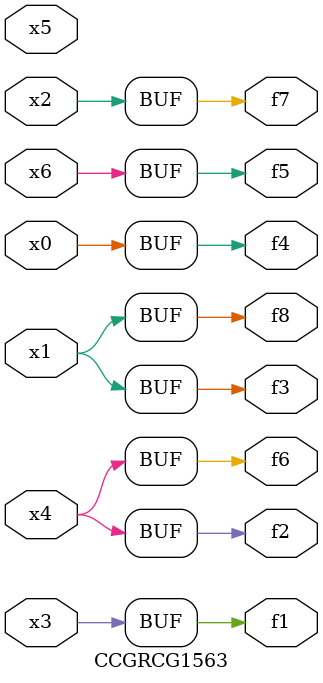
<source format=v>
module CCGRCG1563(
	input x0, x1, x2, x3, x4, x5, x6,
	output f1, f2, f3, f4, f5, f6, f7, f8
);
	assign f1 = x3;
	assign f2 = x4;
	assign f3 = x1;
	assign f4 = x0;
	assign f5 = x6;
	assign f6 = x4;
	assign f7 = x2;
	assign f8 = x1;
endmodule

</source>
